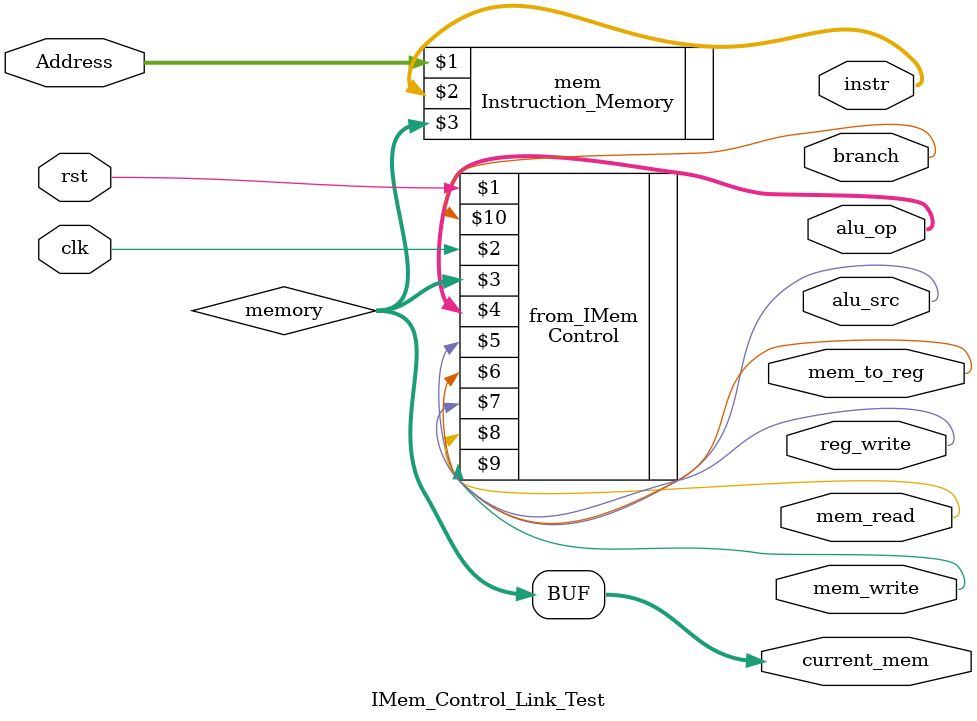
<source format=v>
`timescale 1ns / 1ps


module IMem_Control_Link_Test(rst, clk, Address, instr, current_mem, alu_op, alu_src,mem_to_reg,reg_write,mem_read,mem_write,branch);
    input [31:0] Address;
	output reg [31:0] instr, current_mem;
	input rst, clk;
	output reg[3:0] alu_op; 
	output reg alu_src,mem_to_reg,reg_write,mem_read,mem_write,branch;
	wire [31:0] memory = current_mem;
	Instruction_Memory mem(Address,instr,memory);
	Control from_IMem(rst, clk, memory, alu_op,alu_src,mem_to_reg,reg_write,mem_read,mem_write,branch);
endmodule

</source>
